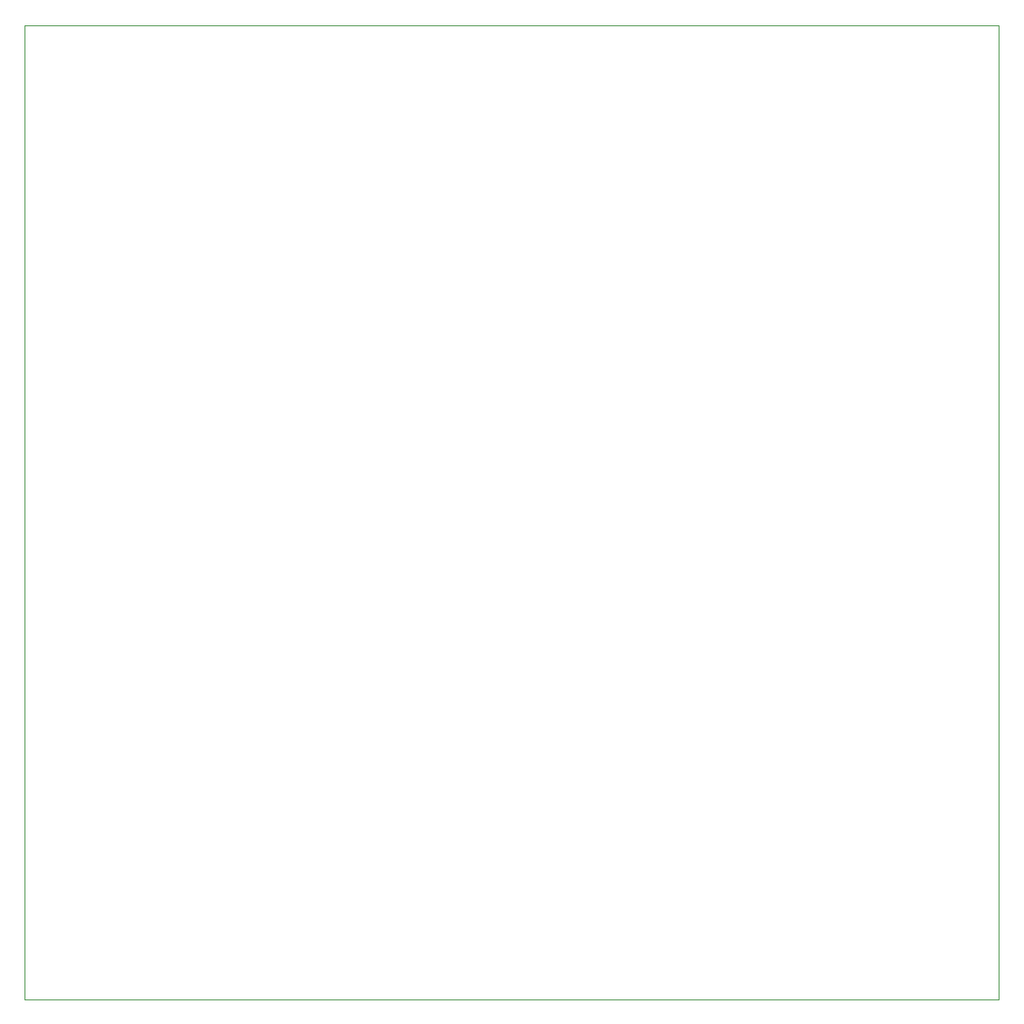
<source format=gbr>
%TF.GenerationSoftware,KiCad,Pcbnew,7.0.10*%
%TF.CreationDate,2024-01-16T02:40:30-05:00*%
%TF.ProjectId,esp32-wroom-adapter,65737033-322d-4777-926f-6f6d2d616461,v1.10*%
%TF.SameCoordinates,Original*%
%TF.FileFunction,Profile,NP*%
%FSLAX46Y46*%
G04 Gerber Fmt 4.6, Leading zero omitted, Abs format (unit mm)*
G04 Created by KiCad (PCBNEW 7.0.10) date 2024-01-16 02:40:30*
%MOMM*%
%LPD*%
G01*
G04 APERTURE LIST*
%TA.AperFunction,Profile*%
%ADD10C,0.100000*%
%TD*%
G04 APERTURE END LIST*
D10*
X131064000Y-43942000D02*
X228600000Y-43942000D01*
X228600000Y-141478000D01*
X131064000Y-141478000D01*
X131064000Y-43942000D01*
M02*

</source>
